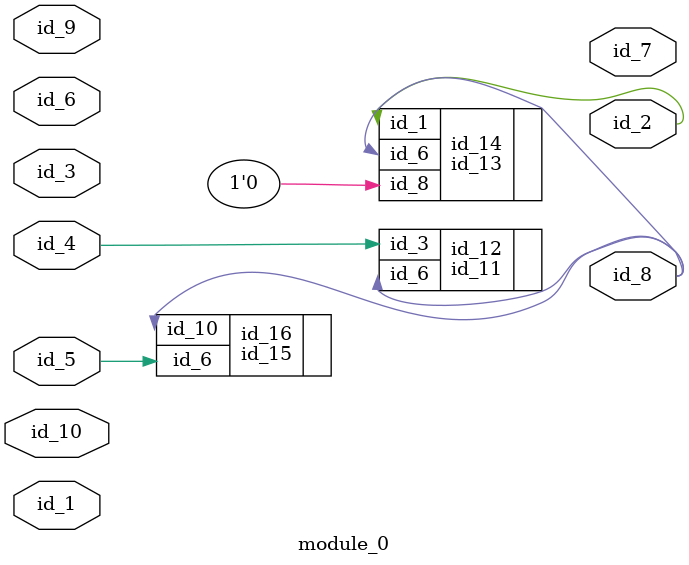
<source format=v>
module module_0 (
    id_1,
    id_2,
    id_3,
    id_4,
    id_5,
    id_6,
    id_7,
    id_8,
    id_9,
    id_10
);
  input id_10;
  input id_9;
  output id_8;
  output id_7;
  input id_6;
  input id_5;
  input id_4;
  input id_3;
  output id_2;
  input id_1;
  id_11 id_12 (
      .id_3(id_4),
      .id_6(id_8)
  );
  id_13 id_14 (
      .id_1(id_2),
      .id_6(id_8),
      .id_8(1'b0)
  );
  id_15 id_16 (
      .id_6 (id_5),
      .id_10(id_10),
      .id_10(id_8)
  );
endmodule

</source>
